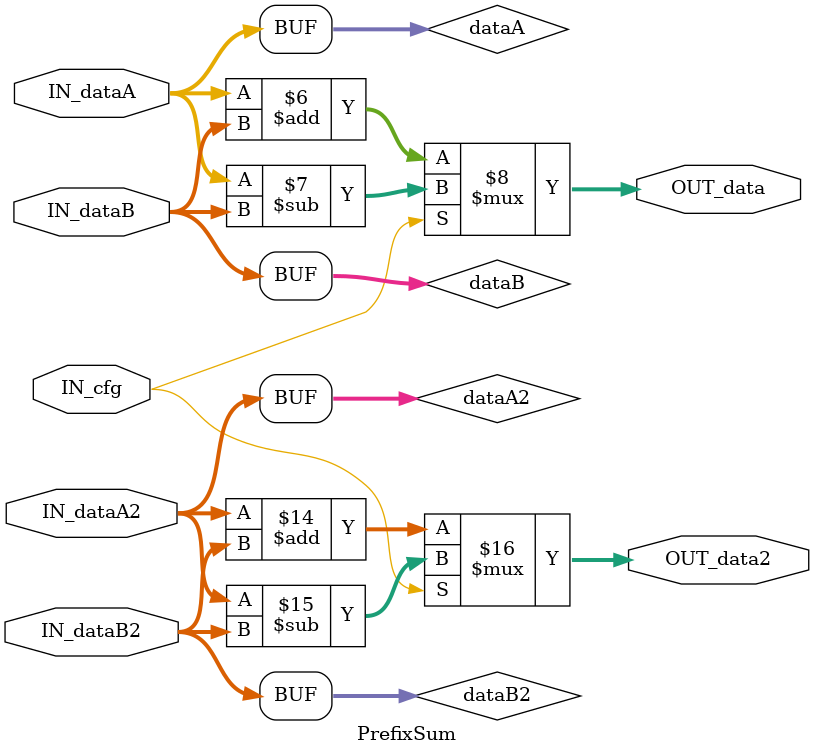
<source format=sv>
module PrefixSum#(parameter N = 32)
(
    input logic IN_cfg,
    input logic[N-1:0] IN_dataA,
    input logic[N-1:0] IN_dataB,
    output logic[N-1:0] OUT_data,

    input logic[N-1:0] IN_dataA2,
    input logic[N-1:0] IN_dataB2,
    output logic[N-1:0] OUT_data2
);

logic cfg;
always_comb
  cfg = ~IN_cfg;

logic[N-1:0] dataA;
logic[N-1:0] dataB;

always_comb
  dataA = IN_dataA;

always_comb
  dataB = IN_dataB;


always_comb
  OUT_data = cfg ? (dataA + dataB) : (dataA - dataB);

logic other;

always_comb
  other = ^dataA;



logic[N-1:0] dataA2;
logic[N-1:0] dataB2;

always_comb
  dataA2 = IN_dataA2;

always_comb
  dataB2 = IN_dataB2;


always_comb
  OUT_data2 = cfg ? (dataA2 + dataB2) : (dataA2 - dataB2);

logic other2;

always_comb
  other2 = ^dataA2;

endmodule

</source>
